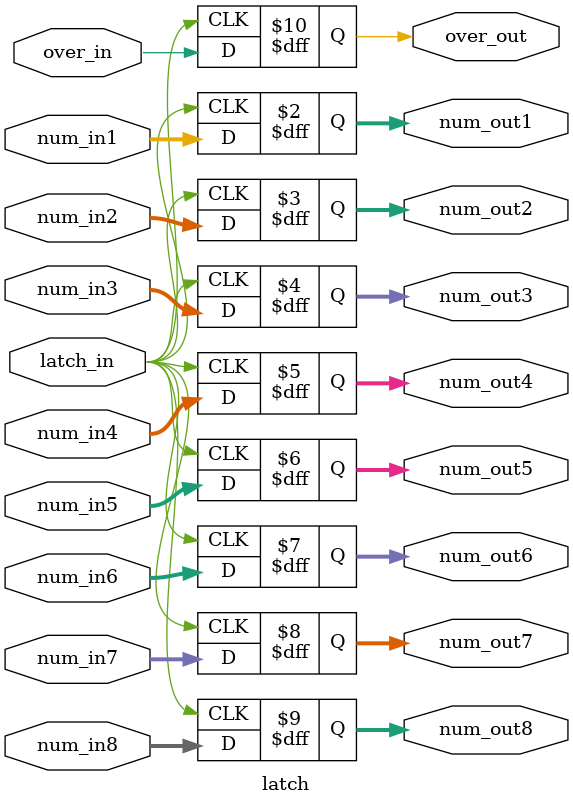
<source format=v>
`timescale 1ns / 1ps

module latch(
	input latch_in,

	input [3:0] num_in1,
	input [3:0] num_in2,
	input [3:0] num_in3,
	input [3:0] num_in4,
	input [3:0] num_in5,
	input [3:0] num_in6,
	input [3:0] num_in7,
	input [3:0] num_in8,
	input over_in,
	
	output reg [3:0] num_out1,
	output reg [3:0] num_out2,
	output reg [3:0] num_out3,
	output reg [3:0] num_out4,
	output reg [3:0] num_out5,
	output reg [3:0] num_out6,
	output reg [3:0] num_out7,
	output reg [3:0] num_out8,
	output reg over_out
    );
	
	always @ (posedge latch_in) begin
		num_out1 <= num_in1;
		num_out2 <= num_in2;
		num_out3 <= num_in3;
		num_out4 <= num_in4;
		num_out5 <= num_in5;
		num_out6 <= num_in6;
		num_out7 <= num_in7;
		num_out8 <= num_in8;
		over_out <= over_in;
	end
	



endmodule

</source>
